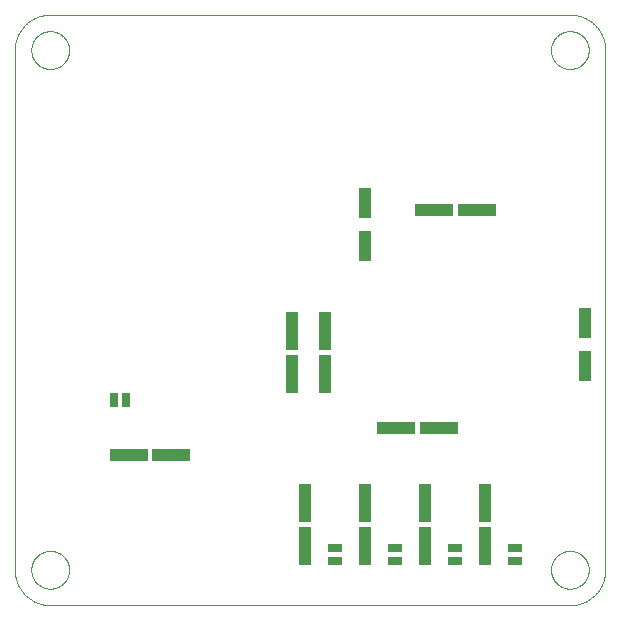
<source format=gtp>
G75*
%MOIN*%
%OFA0B0*%
%FSLAX25Y25*%
%IPPOS*%
%LPD*%
%AMOC8*
5,1,8,0,0,1.08239X$1,22.5*
%
%ADD10C,0.00000*%
%ADD11R,0.03937X0.10236*%
%ADD12R,0.12598X0.03937*%
%ADD13R,0.03937X0.12598*%
%ADD14R,0.04724X0.03150*%
%ADD15R,0.03150X0.04724*%
D10*
X0005724Y0017535D02*
X0005724Y0190764D01*
X0011236Y0190764D02*
X0011238Y0190922D01*
X0011244Y0191080D01*
X0011254Y0191238D01*
X0011268Y0191396D01*
X0011286Y0191553D01*
X0011307Y0191710D01*
X0011333Y0191866D01*
X0011363Y0192022D01*
X0011396Y0192177D01*
X0011434Y0192330D01*
X0011475Y0192483D01*
X0011520Y0192635D01*
X0011569Y0192786D01*
X0011622Y0192935D01*
X0011678Y0193083D01*
X0011738Y0193229D01*
X0011802Y0193374D01*
X0011870Y0193517D01*
X0011941Y0193659D01*
X0012015Y0193799D01*
X0012093Y0193936D01*
X0012175Y0194072D01*
X0012259Y0194206D01*
X0012348Y0194337D01*
X0012439Y0194466D01*
X0012534Y0194593D01*
X0012631Y0194718D01*
X0012732Y0194840D01*
X0012836Y0194959D01*
X0012943Y0195076D01*
X0013053Y0195190D01*
X0013166Y0195301D01*
X0013281Y0195410D01*
X0013399Y0195515D01*
X0013520Y0195617D01*
X0013643Y0195717D01*
X0013769Y0195813D01*
X0013897Y0195906D01*
X0014027Y0195996D01*
X0014160Y0196082D01*
X0014295Y0196166D01*
X0014431Y0196245D01*
X0014570Y0196322D01*
X0014711Y0196394D01*
X0014853Y0196464D01*
X0014997Y0196529D01*
X0015143Y0196591D01*
X0015290Y0196649D01*
X0015439Y0196704D01*
X0015589Y0196755D01*
X0015740Y0196802D01*
X0015892Y0196845D01*
X0016045Y0196884D01*
X0016200Y0196920D01*
X0016355Y0196951D01*
X0016511Y0196979D01*
X0016667Y0197003D01*
X0016824Y0197023D01*
X0016982Y0197039D01*
X0017139Y0197051D01*
X0017298Y0197059D01*
X0017456Y0197063D01*
X0017614Y0197063D01*
X0017772Y0197059D01*
X0017931Y0197051D01*
X0018088Y0197039D01*
X0018246Y0197023D01*
X0018403Y0197003D01*
X0018559Y0196979D01*
X0018715Y0196951D01*
X0018870Y0196920D01*
X0019025Y0196884D01*
X0019178Y0196845D01*
X0019330Y0196802D01*
X0019481Y0196755D01*
X0019631Y0196704D01*
X0019780Y0196649D01*
X0019927Y0196591D01*
X0020073Y0196529D01*
X0020217Y0196464D01*
X0020359Y0196394D01*
X0020500Y0196322D01*
X0020639Y0196245D01*
X0020775Y0196166D01*
X0020910Y0196082D01*
X0021043Y0195996D01*
X0021173Y0195906D01*
X0021301Y0195813D01*
X0021427Y0195717D01*
X0021550Y0195617D01*
X0021671Y0195515D01*
X0021789Y0195410D01*
X0021904Y0195301D01*
X0022017Y0195190D01*
X0022127Y0195076D01*
X0022234Y0194959D01*
X0022338Y0194840D01*
X0022439Y0194718D01*
X0022536Y0194593D01*
X0022631Y0194466D01*
X0022722Y0194337D01*
X0022811Y0194206D01*
X0022895Y0194072D01*
X0022977Y0193936D01*
X0023055Y0193799D01*
X0023129Y0193659D01*
X0023200Y0193517D01*
X0023268Y0193374D01*
X0023332Y0193229D01*
X0023392Y0193083D01*
X0023448Y0192935D01*
X0023501Y0192786D01*
X0023550Y0192635D01*
X0023595Y0192483D01*
X0023636Y0192330D01*
X0023674Y0192177D01*
X0023707Y0192022D01*
X0023737Y0191866D01*
X0023763Y0191710D01*
X0023784Y0191553D01*
X0023802Y0191396D01*
X0023816Y0191238D01*
X0023826Y0191080D01*
X0023832Y0190922D01*
X0023834Y0190764D01*
X0023832Y0190606D01*
X0023826Y0190448D01*
X0023816Y0190290D01*
X0023802Y0190132D01*
X0023784Y0189975D01*
X0023763Y0189818D01*
X0023737Y0189662D01*
X0023707Y0189506D01*
X0023674Y0189351D01*
X0023636Y0189198D01*
X0023595Y0189045D01*
X0023550Y0188893D01*
X0023501Y0188742D01*
X0023448Y0188593D01*
X0023392Y0188445D01*
X0023332Y0188299D01*
X0023268Y0188154D01*
X0023200Y0188011D01*
X0023129Y0187869D01*
X0023055Y0187729D01*
X0022977Y0187592D01*
X0022895Y0187456D01*
X0022811Y0187322D01*
X0022722Y0187191D01*
X0022631Y0187062D01*
X0022536Y0186935D01*
X0022439Y0186810D01*
X0022338Y0186688D01*
X0022234Y0186569D01*
X0022127Y0186452D01*
X0022017Y0186338D01*
X0021904Y0186227D01*
X0021789Y0186118D01*
X0021671Y0186013D01*
X0021550Y0185911D01*
X0021427Y0185811D01*
X0021301Y0185715D01*
X0021173Y0185622D01*
X0021043Y0185532D01*
X0020910Y0185446D01*
X0020775Y0185362D01*
X0020639Y0185283D01*
X0020500Y0185206D01*
X0020359Y0185134D01*
X0020217Y0185064D01*
X0020073Y0184999D01*
X0019927Y0184937D01*
X0019780Y0184879D01*
X0019631Y0184824D01*
X0019481Y0184773D01*
X0019330Y0184726D01*
X0019178Y0184683D01*
X0019025Y0184644D01*
X0018870Y0184608D01*
X0018715Y0184577D01*
X0018559Y0184549D01*
X0018403Y0184525D01*
X0018246Y0184505D01*
X0018088Y0184489D01*
X0017931Y0184477D01*
X0017772Y0184469D01*
X0017614Y0184465D01*
X0017456Y0184465D01*
X0017298Y0184469D01*
X0017139Y0184477D01*
X0016982Y0184489D01*
X0016824Y0184505D01*
X0016667Y0184525D01*
X0016511Y0184549D01*
X0016355Y0184577D01*
X0016200Y0184608D01*
X0016045Y0184644D01*
X0015892Y0184683D01*
X0015740Y0184726D01*
X0015589Y0184773D01*
X0015439Y0184824D01*
X0015290Y0184879D01*
X0015143Y0184937D01*
X0014997Y0184999D01*
X0014853Y0185064D01*
X0014711Y0185134D01*
X0014570Y0185206D01*
X0014431Y0185283D01*
X0014295Y0185362D01*
X0014160Y0185446D01*
X0014027Y0185532D01*
X0013897Y0185622D01*
X0013769Y0185715D01*
X0013643Y0185811D01*
X0013520Y0185911D01*
X0013399Y0186013D01*
X0013281Y0186118D01*
X0013166Y0186227D01*
X0013053Y0186338D01*
X0012943Y0186452D01*
X0012836Y0186569D01*
X0012732Y0186688D01*
X0012631Y0186810D01*
X0012534Y0186935D01*
X0012439Y0187062D01*
X0012348Y0187191D01*
X0012259Y0187322D01*
X0012175Y0187456D01*
X0012093Y0187592D01*
X0012015Y0187729D01*
X0011941Y0187869D01*
X0011870Y0188011D01*
X0011802Y0188154D01*
X0011738Y0188299D01*
X0011678Y0188445D01*
X0011622Y0188593D01*
X0011569Y0188742D01*
X0011520Y0188893D01*
X0011475Y0189045D01*
X0011434Y0189198D01*
X0011396Y0189351D01*
X0011363Y0189506D01*
X0011333Y0189662D01*
X0011307Y0189818D01*
X0011286Y0189975D01*
X0011268Y0190132D01*
X0011254Y0190290D01*
X0011244Y0190448D01*
X0011238Y0190606D01*
X0011236Y0190764D01*
X0005724Y0190764D02*
X0005727Y0191049D01*
X0005738Y0191335D01*
X0005755Y0191620D01*
X0005779Y0191904D01*
X0005810Y0192188D01*
X0005848Y0192471D01*
X0005893Y0192752D01*
X0005944Y0193033D01*
X0006002Y0193313D01*
X0006067Y0193591D01*
X0006139Y0193867D01*
X0006217Y0194141D01*
X0006302Y0194414D01*
X0006394Y0194684D01*
X0006492Y0194952D01*
X0006596Y0195218D01*
X0006707Y0195481D01*
X0006824Y0195741D01*
X0006947Y0195999D01*
X0007077Y0196253D01*
X0007213Y0196504D01*
X0007354Y0196752D01*
X0007502Y0196996D01*
X0007655Y0197237D01*
X0007815Y0197473D01*
X0007980Y0197706D01*
X0008150Y0197935D01*
X0008326Y0198160D01*
X0008508Y0198380D01*
X0008694Y0198596D01*
X0008886Y0198807D01*
X0009083Y0199014D01*
X0009285Y0199216D01*
X0009492Y0199413D01*
X0009703Y0199605D01*
X0009919Y0199791D01*
X0010139Y0199973D01*
X0010364Y0200149D01*
X0010593Y0200319D01*
X0010826Y0200484D01*
X0011062Y0200644D01*
X0011303Y0200797D01*
X0011547Y0200945D01*
X0011795Y0201086D01*
X0012046Y0201222D01*
X0012300Y0201352D01*
X0012558Y0201475D01*
X0012818Y0201592D01*
X0013081Y0201703D01*
X0013347Y0201807D01*
X0013615Y0201905D01*
X0013885Y0201997D01*
X0014158Y0202082D01*
X0014432Y0202160D01*
X0014708Y0202232D01*
X0014986Y0202297D01*
X0015266Y0202355D01*
X0015547Y0202406D01*
X0015828Y0202451D01*
X0016111Y0202489D01*
X0016395Y0202520D01*
X0016679Y0202544D01*
X0016964Y0202561D01*
X0017250Y0202572D01*
X0017535Y0202575D01*
X0190764Y0202575D01*
X0184465Y0190764D02*
X0184467Y0190922D01*
X0184473Y0191080D01*
X0184483Y0191238D01*
X0184497Y0191396D01*
X0184515Y0191553D01*
X0184536Y0191710D01*
X0184562Y0191866D01*
X0184592Y0192022D01*
X0184625Y0192177D01*
X0184663Y0192330D01*
X0184704Y0192483D01*
X0184749Y0192635D01*
X0184798Y0192786D01*
X0184851Y0192935D01*
X0184907Y0193083D01*
X0184967Y0193229D01*
X0185031Y0193374D01*
X0185099Y0193517D01*
X0185170Y0193659D01*
X0185244Y0193799D01*
X0185322Y0193936D01*
X0185404Y0194072D01*
X0185488Y0194206D01*
X0185577Y0194337D01*
X0185668Y0194466D01*
X0185763Y0194593D01*
X0185860Y0194718D01*
X0185961Y0194840D01*
X0186065Y0194959D01*
X0186172Y0195076D01*
X0186282Y0195190D01*
X0186395Y0195301D01*
X0186510Y0195410D01*
X0186628Y0195515D01*
X0186749Y0195617D01*
X0186872Y0195717D01*
X0186998Y0195813D01*
X0187126Y0195906D01*
X0187256Y0195996D01*
X0187389Y0196082D01*
X0187524Y0196166D01*
X0187660Y0196245D01*
X0187799Y0196322D01*
X0187940Y0196394D01*
X0188082Y0196464D01*
X0188226Y0196529D01*
X0188372Y0196591D01*
X0188519Y0196649D01*
X0188668Y0196704D01*
X0188818Y0196755D01*
X0188969Y0196802D01*
X0189121Y0196845D01*
X0189274Y0196884D01*
X0189429Y0196920D01*
X0189584Y0196951D01*
X0189740Y0196979D01*
X0189896Y0197003D01*
X0190053Y0197023D01*
X0190211Y0197039D01*
X0190368Y0197051D01*
X0190527Y0197059D01*
X0190685Y0197063D01*
X0190843Y0197063D01*
X0191001Y0197059D01*
X0191160Y0197051D01*
X0191317Y0197039D01*
X0191475Y0197023D01*
X0191632Y0197003D01*
X0191788Y0196979D01*
X0191944Y0196951D01*
X0192099Y0196920D01*
X0192254Y0196884D01*
X0192407Y0196845D01*
X0192559Y0196802D01*
X0192710Y0196755D01*
X0192860Y0196704D01*
X0193009Y0196649D01*
X0193156Y0196591D01*
X0193302Y0196529D01*
X0193446Y0196464D01*
X0193588Y0196394D01*
X0193729Y0196322D01*
X0193868Y0196245D01*
X0194004Y0196166D01*
X0194139Y0196082D01*
X0194272Y0195996D01*
X0194402Y0195906D01*
X0194530Y0195813D01*
X0194656Y0195717D01*
X0194779Y0195617D01*
X0194900Y0195515D01*
X0195018Y0195410D01*
X0195133Y0195301D01*
X0195246Y0195190D01*
X0195356Y0195076D01*
X0195463Y0194959D01*
X0195567Y0194840D01*
X0195668Y0194718D01*
X0195765Y0194593D01*
X0195860Y0194466D01*
X0195951Y0194337D01*
X0196040Y0194206D01*
X0196124Y0194072D01*
X0196206Y0193936D01*
X0196284Y0193799D01*
X0196358Y0193659D01*
X0196429Y0193517D01*
X0196497Y0193374D01*
X0196561Y0193229D01*
X0196621Y0193083D01*
X0196677Y0192935D01*
X0196730Y0192786D01*
X0196779Y0192635D01*
X0196824Y0192483D01*
X0196865Y0192330D01*
X0196903Y0192177D01*
X0196936Y0192022D01*
X0196966Y0191866D01*
X0196992Y0191710D01*
X0197013Y0191553D01*
X0197031Y0191396D01*
X0197045Y0191238D01*
X0197055Y0191080D01*
X0197061Y0190922D01*
X0197063Y0190764D01*
X0197061Y0190606D01*
X0197055Y0190448D01*
X0197045Y0190290D01*
X0197031Y0190132D01*
X0197013Y0189975D01*
X0196992Y0189818D01*
X0196966Y0189662D01*
X0196936Y0189506D01*
X0196903Y0189351D01*
X0196865Y0189198D01*
X0196824Y0189045D01*
X0196779Y0188893D01*
X0196730Y0188742D01*
X0196677Y0188593D01*
X0196621Y0188445D01*
X0196561Y0188299D01*
X0196497Y0188154D01*
X0196429Y0188011D01*
X0196358Y0187869D01*
X0196284Y0187729D01*
X0196206Y0187592D01*
X0196124Y0187456D01*
X0196040Y0187322D01*
X0195951Y0187191D01*
X0195860Y0187062D01*
X0195765Y0186935D01*
X0195668Y0186810D01*
X0195567Y0186688D01*
X0195463Y0186569D01*
X0195356Y0186452D01*
X0195246Y0186338D01*
X0195133Y0186227D01*
X0195018Y0186118D01*
X0194900Y0186013D01*
X0194779Y0185911D01*
X0194656Y0185811D01*
X0194530Y0185715D01*
X0194402Y0185622D01*
X0194272Y0185532D01*
X0194139Y0185446D01*
X0194004Y0185362D01*
X0193868Y0185283D01*
X0193729Y0185206D01*
X0193588Y0185134D01*
X0193446Y0185064D01*
X0193302Y0184999D01*
X0193156Y0184937D01*
X0193009Y0184879D01*
X0192860Y0184824D01*
X0192710Y0184773D01*
X0192559Y0184726D01*
X0192407Y0184683D01*
X0192254Y0184644D01*
X0192099Y0184608D01*
X0191944Y0184577D01*
X0191788Y0184549D01*
X0191632Y0184525D01*
X0191475Y0184505D01*
X0191317Y0184489D01*
X0191160Y0184477D01*
X0191001Y0184469D01*
X0190843Y0184465D01*
X0190685Y0184465D01*
X0190527Y0184469D01*
X0190368Y0184477D01*
X0190211Y0184489D01*
X0190053Y0184505D01*
X0189896Y0184525D01*
X0189740Y0184549D01*
X0189584Y0184577D01*
X0189429Y0184608D01*
X0189274Y0184644D01*
X0189121Y0184683D01*
X0188969Y0184726D01*
X0188818Y0184773D01*
X0188668Y0184824D01*
X0188519Y0184879D01*
X0188372Y0184937D01*
X0188226Y0184999D01*
X0188082Y0185064D01*
X0187940Y0185134D01*
X0187799Y0185206D01*
X0187660Y0185283D01*
X0187524Y0185362D01*
X0187389Y0185446D01*
X0187256Y0185532D01*
X0187126Y0185622D01*
X0186998Y0185715D01*
X0186872Y0185811D01*
X0186749Y0185911D01*
X0186628Y0186013D01*
X0186510Y0186118D01*
X0186395Y0186227D01*
X0186282Y0186338D01*
X0186172Y0186452D01*
X0186065Y0186569D01*
X0185961Y0186688D01*
X0185860Y0186810D01*
X0185763Y0186935D01*
X0185668Y0187062D01*
X0185577Y0187191D01*
X0185488Y0187322D01*
X0185404Y0187456D01*
X0185322Y0187592D01*
X0185244Y0187729D01*
X0185170Y0187869D01*
X0185099Y0188011D01*
X0185031Y0188154D01*
X0184967Y0188299D01*
X0184907Y0188445D01*
X0184851Y0188593D01*
X0184798Y0188742D01*
X0184749Y0188893D01*
X0184704Y0189045D01*
X0184663Y0189198D01*
X0184625Y0189351D01*
X0184592Y0189506D01*
X0184562Y0189662D01*
X0184536Y0189818D01*
X0184515Y0189975D01*
X0184497Y0190132D01*
X0184483Y0190290D01*
X0184473Y0190448D01*
X0184467Y0190606D01*
X0184465Y0190764D01*
X0190764Y0202575D02*
X0191049Y0202572D01*
X0191335Y0202561D01*
X0191620Y0202544D01*
X0191904Y0202520D01*
X0192188Y0202489D01*
X0192471Y0202451D01*
X0192752Y0202406D01*
X0193033Y0202355D01*
X0193313Y0202297D01*
X0193591Y0202232D01*
X0193867Y0202160D01*
X0194141Y0202082D01*
X0194414Y0201997D01*
X0194684Y0201905D01*
X0194952Y0201807D01*
X0195218Y0201703D01*
X0195481Y0201592D01*
X0195741Y0201475D01*
X0195999Y0201352D01*
X0196253Y0201222D01*
X0196504Y0201086D01*
X0196752Y0200945D01*
X0196996Y0200797D01*
X0197237Y0200644D01*
X0197473Y0200484D01*
X0197706Y0200319D01*
X0197935Y0200149D01*
X0198160Y0199973D01*
X0198380Y0199791D01*
X0198596Y0199605D01*
X0198807Y0199413D01*
X0199014Y0199216D01*
X0199216Y0199014D01*
X0199413Y0198807D01*
X0199605Y0198596D01*
X0199791Y0198380D01*
X0199973Y0198160D01*
X0200149Y0197935D01*
X0200319Y0197706D01*
X0200484Y0197473D01*
X0200644Y0197237D01*
X0200797Y0196996D01*
X0200945Y0196752D01*
X0201086Y0196504D01*
X0201222Y0196253D01*
X0201352Y0195999D01*
X0201475Y0195741D01*
X0201592Y0195481D01*
X0201703Y0195218D01*
X0201807Y0194952D01*
X0201905Y0194684D01*
X0201997Y0194414D01*
X0202082Y0194141D01*
X0202160Y0193867D01*
X0202232Y0193591D01*
X0202297Y0193313D01*
X0202355Y0193033D01*
X0202406Y0192752D01*
X0202451Y0192471D01*
X0202489Y0192188D01*
X0202520Y0191904D01*
X0202544Y0191620D01*
X0202561Y0191335D01*
X0202572Y0191049D01*
X0202575Y0190764D01*
X0202575Y0017535D01*
X0184465Y0017535D02*
X0184467Y0017693D01*
X0184473Y0017851D01*
X0184483Y0018009D01*
X0184497Y0018167D01*
X0184515Y0018324D01*
X0184536Y0018481D01*
X0184562Y0018637D01*
X0184592Y0018793D01*
X0184625Y0018948D01*
X0184663Y0019101D01*
X0184704Y0019254D01*
X0184749Y0019406D01*
X0184798Y0019557D01*
X0184851Y0019706D01*
X0184907Y0019854D01*
X0184967Y0020000D01*
X0185031Y0020145D01*
X0185099Y0020288D01*
X0185170Y0020430D01*
X0185244Y0020570D01*
X0185322Y0020707D01*
X0185404Y0020843D01*
X0185488Y0020977D01*
X0185577Y0021108D01*
X0185668Y0021237D01*
X0185763Y0021364D01*
X0185860Y0021489D01*
X0185961Y0021611D01*
X0186065Y0021730D01*
X0186172Y0021847D01*
X0186282Y0021961D01*
X0186395Y0022072D01*
X0186510Y0022181D01*
X0186628Y0022286D01*
X0186749Y0022388D01*
X0186872Y0022488D01*
X0186998Y0022584D01*
X0187126Y0022677D01*
X0187256Y0022767D01*
X0187389Y0022853D01*
X0187524Y0022937D01*
X0187660Y0023016D01*
X0187799Y0023093D01*
X0187940Y0023165D01*
X0188082Y0023235D01*
X0188226Y0023300D01*
X0188372Y0023362D01*
X0188519Y0023420D01*
X0188668Y0023475D01*
X0188818Y0023526D01*
X0188969Y0023573D01*
X0189121Y0023616D01*
X0189274Y0023655D01*
X0189429Y0023691D01*
X0189584Y0023722D01*
X0189740Y0023750D01*
X0189896Y0023774D01*
X0190053Y0023794D01*
X0190211Y0023810D01*
X0190368Y0023822D01*
X0190527Y0023830D01*
X0190685Y0023834D01*
X0190843Y0023834D01*
X0191001Y0023830D01*
X0191160Y0023822D01*
X0191317Y0023810D01*
X0191475Y0023794D01*
X0191632Y0023774D01*
X0191788Y0023750D01*
X0191944Y0023722D01*
X0192099Y0023691D01*
X0192254Y0023655D01*
X0192407Y0023616D01*
X0192559Y0023573D01*
X0192710Y0023526D01*
X0192860Y0023475D01*
X0193009Y0023420D01*
X0193156Y0023362D01*
X0193302Y0023300D01*
X0193446Y0023235D01*
X0193588Y0023165D01*
X0193729Y0023093D01*
X0193868Y0023016D01*
X0194004Y0022937D01*
X0194139Y0022853D01*
X0194272Y0022767D01*
X0194402Y0022677D01*
X0194530Y0022584D01*
X0194656Y0022488D01*
X0194779Y0022388D01*
X0194900Y0022286D01*
X0195018Y0022181D01*
X0195133Y0022072D01*
X0195246Y0021961D01*
X0195356Y0021847D01*
X0195463Y0021730D01*
X0195567Y0021611D01*
X0195668Y0021489D01*
X0195765Y0021364D01*
X0195860Y0021237D01*
X0195951Y0021108D01*
X0196040Y0020977D01*
X0196124Y0020843D01*
X0196206Y0020707D01*
X0196284Y0020570D01*
X0196358Y0020430D01*
X0196429Y0020288D01*
X0196497Y0020145D01*
X0196561Y0020000D01*
X0196621Y0019854D01*
X0196677Y0019706D01*
X0196730Y0019557D01*
X0196779Y0019406D01*
X0196824Y0019254D01*
X0196865Y0019101D01*
X0196903Y0018948D01*
X0196936Y0018793D01*
X0196966Y0018637D01*
X0196992Y0018481D01*
X0197013Y0018324D01*
X0197031Y0018167D01*
X0197045Y0018009D01*
X0197055Y0017851D01*
X0197061Y0017693D01*
X0197063Y0017535D01*
X0197061Y0017377D01*
X0197055Y0017219D01*
X0197045Y0017061D01*
X0197031Y0016903D01*
X0197013Y0016746D01*
X0196992Y0016589D01*
X0196966Y0016433D01*
X0196936Y0016277D01*
X0196903Y0016122D01*
X0196865Y0015969D01*
X0196824Y0015816D01*
X0196779Y0015664D01*
X0196730Y0015513D01*
X0196677Y0015364D01*
X0196621Y0015216D01*
X0196561Y0015070D01*
X0196497Y0014925D01*
X0196429Y0014782D01*
X0196358Y0014640D01*
X0196284Y0014500D01*
X0196206Y0014363D01*
X0196124Y0014227D01*
X0196040Y0014093D01*
X0195951Y0013962D01*
X0195860Y0013833D01*
X0195765Y0013706D01*
X0195668Y0013581D01*
X0195567Y0013459D01*
X0195463Y0013340D01*
X0195356Y0013223D01*
X0195246Y0013109D01*
X0195133Y0012998D01*
X0195018Y0012889D01*
X0194900Y0012784D01*
X0194779Y0012682D01*
X0194656Y0012582D01*
X0194530Y0012486D01*
X0194402Y0012393D01*
X0194272Y0012303D01*
X0194139Y0012217D01*
X0194004Y0012133D01*
X0193868Y0012054D01*
X0193729Y0011977D01*
X0193588Y0011905D01*
X0193446Y0011835D01*
X0193302Y0011770D01*
X0193156Y0011708D01*
X0193009Y0011650D01*
X0192860Y0011595D01*
X0192710Y0011544D01*
X0192559Y0011497D01*
X0192407Y0011454D01*
X0192254Y0011415D01*
X0192099Y0011379D01*
X0191944Y0011348D01*
X0191788Y0011320D01*
X0191632Y0011296D01*
X0191475Y0011276D01*
X0191317Y0011260D01*
X0191160Y0011248D01*
X0191001Y0011240D01*
X0190843Y0011236D01*
X0190685Y0011236D01*
X0190527Y0011240D01*
X0190368Y0011248D01*
X0190211Y0011260D01*
X0190053Y0011276D01*
X0189896Y0011296D01*
X0189740Y0011320D01*
X0189584Y0011348D01*
X0189429Y0011379D01*
X0189274Y0011415D01*
X0189121Y0011454D01*
X0188969Y0011497D01*
X0188818Y0011544D01*
X0188668Y0011595D01*
X0188519Y0011650D01*
X0188372Y0011708D01*
X0188226Y0011770D01*
X0188082Y0011835D01*
X0187940Y0011905D01*
X0187799Y0011977D01*
X0187660Y0012054D01*
X0187524Y0012133D01*
X0187389Y0012217D01*
X0187256Y0012303D01*
X0187126Y0012393D01*
X0186998Y0012486D01*
X0186872Y0012582D01*
X0186749Y0012682D01*
X0186628Y0012784D01*
X0186510Y0012889D01*
X0186395Y0012998D01*
X0186282Y0013109D01*
X0186172Y0013223D01*
X0186065Y0013340D01*
X0185961Y0013459D01*
X0185860Y0013581D01*
X0185763Y0013706D01*
X0185668Y0013833D01*
X0185577Y0013962D01*
X0185488Y0014093D01*
X0185404Y0014227D01*
X0185322Y0014363D01*
X0185244Y0014500D01*
X0185170Y0014640D01*
X0185099Y0014782D01*
X0185031Y0014925D01*
X0184967Y0015070D01*
X0184907Y0015216D01*
X0184851Y0015364D01*
X0184798Y0015513D01*
X0184749Y0015664D01*
X0184704Y0015816D01*
X0184663Y0015969D01*
X0184625Y0016122D01*
X0184592Y0016277D01*
X0184562Y0016433D01*
X0184536Y0016589D01*
X0184515Y0016746D01*
X0184497Y0016903D01*
X0184483Y0017061D01*
X0184473Y0017219D01*
X0184467Y0017377D01*
X0184465Y0017535D01*
X0190764Y0005724D02*
X0191049Y0005727D01*
X0191335Y0005738D01*
X0191620Y0005755D01*
X0191904Y0005779D01*
X0192188Y0005810D01*
X0192471Y0005848D01*
X0192752Y0005893D01*
X0193033Y0005944D01*
X0193313Y0006002D01*
X0193591Y0006067D01*
X0193867Y0006139D01*
X0194141Y0006217D01*
X0194414Y0006302D01*
X0194684Y0006394D01*
X0194952Y0006492D01*
X0195218Y0006596D01*
X0195481Y0006707D01*
X0195741Y0006824D01*
X0195999Y0006947D01*
X0196253Y0007077D01*
X0196504Y0007213D01*
X0196752Y0007354D01*
X0196996Y0007502D01*
X0197237Y0007655D01*
X0197473Y0007815D01*
X0197706Y0007980D01*
X0197935Y0008150D01*
X0198160Y0008326D01*
X0198380Y0008508D01*
X0198596Y0008694D01*
X0198807Y0008886D01*
X0199014Y0009083D01*
X0199216Y0009285D01*
X0199413Y0009492D01*
X0199605Y0009703D01*
X0199791Y0009919D01*
X0199973Y0010139D01*
X0200149Y0010364D01*
X0200319Y0010593D01*
X0200484Y0010826D01*
X0200644Y0011062D01*
X0200797Y0011303D01*
X0200945Y0011547D01*
X0201086Y0011795D01*
X0201222Y0012046D01*
X0201352Y0012300D01*
X0201475Y0012558D01*
X0201592Y0012818D01*
X0201703Y0013081D01*
X0201807Y0013347D01*
X0201905Y0013615D01*
X0201997Y0013885D01*
X0202082Y0014158D01*
X0202160Y0014432D01*
X0202232Y0014708D01*
X0202297Y0014986D01*
X0202355Y0015266D01*
X0202406Y0015547D01*
X0202451Y0015828D01*
X0202489Y0016111D01*
X0202520Y0016395D01*
X0202544Y0016679D01*
X0202561Y0016964D01*
X0202572Y0017250D01*
X0202575Y0017535D01*
X0190764Y0005724D02*
X0017535Y0005724D01*
X0011236Y0017535D02*
X0011238Y0017693D01*
X0011244Y0017851D01*
X0011254Y0018009D01*
X0011268Y0018167D01*
X0011286Y0018324D01*
X0011307Y0018481D01*
X0011333Y0018637D01*
X0011363Y0018793D01*
X0011396Y0018948D01*
X0011434Y0019101D01*
X0011475Y0019254D01*
X0011520Y0019406D01*
X0011569Y0019557D01*
X0011622Y0019706D01*
X0011678Y0019854D01*
X0011738Y0020000D01*
X0011802Y0020145D01*
X0011870Y0020288D01*
X0011941Y0020430D01*
X0012015Y0020570D01*
X0012093Y0020707D01*
X0012175Y0020843D01*
X0012259Y0020977D01*
X0012348Y0021108D01*
X0012439Y0021237D01*
X0012534Y0021364D01*
X0012631Y0021489D01*
X0012732Y0021611D01*
X0012836Y0021730D01*
X0012943Y0021847D01*
X0013053Y0021961D01*
X0013166Y0022072D01*
X0013281Y0022181D01*
X0013399Y0022286D01*
X0013520Y0022388D01*
X0013643Y0022488D01*
X0013769Y0022584D01*
X0013897Y0022677D01*
X0014027Y0022767D01*
X0014160Y0022853D01*
X0014295Y0022937D01*
X0014431Y0023016D01*
X0014570Y0023093D01*
X0014711Y0023165D01*
X0014853Y0023235D01*
X0014997Y0023300D01*
X0015143Y0023362D01*
X0015290Y0023420D01*
X0015439Y0023475D01*
X0015589Y0023526D01*
X0015740Y0023573D01*
X0015892Y0023616D01*
X0016045Y0023655D01*
X0016200Y0023691D01*
X0016355Y0023722D01*
X0016511Y0023750D01*
X0016667Y0023774D01*
X0016824Y0023794D01*
X0016982Y0023810D01*
X0017139Y0023822D01*
X0017298Y0023830D01*
X0017456Y0023834D01*
X0017614Y0023834D01*
X0017772Y0023830D01*
X0017931Y0023822D01*
X0018088Y0023810D01*
X0018246Y0023794D01*
X0018403Y0023774D01*
X0018559Y0023750D01*
X0018715Y0023722D01*
X0018870Y0023691D01*
X0019025Y0023655D01*
X0019178Y0023616D01*
X0019330Y0023573D01*
X0019481Y0023526D01*
X0019631Y0023475D01*
X0019780Y0023420D01*
X0019927Y0023362D01*
X0020073Y0023300D01*
X0020217Y0023235D01*
X0020359Y0023165D01*
X0020500Y0023093D01*
X0020639Y0023016D01*
X0020775Y0022937D01*
X0020910Y0022853D01*
X0021043Y0022767D01*
X0021173Y0022677D01*
X0021301Y0022584D01*
X0021427Y0022488D01*
X0021550Y0022388D01*
X0021671Y0022286D01*
X0021789Y0022181D01*
X0021904Y0022072D01*
X0022017Y0021961D01*
X0022127Y0021847D01*
X0022234Y0021730D01*
X0022338Y0021611D01*
X0022439Y0021489D01*
X0022536Y0021364D01*
X0022631Y0021237D01*
X0022722Y0021108D01*
X0022811Y0020977D01*
X0022895Y0020843D01*
X0022977Y0020707D01*
X0023055Y0020570D01*
X0023129Y0020430D01*
X0023200Y0020288D01*
X0023268Y0020145D01*
X0023332Y0020000D01*
X0023392Y0019854D01*
X0023448Y0019706D01*
X0023501Y0019557D01*
X0023550Y0019406D01*
X0023595Y0019254D01*
X0023636Y0019101D01*
X0023674Y0018948D01*
X0023707Y0018793D01*
X0023737Y0018637D01*
X0023763Y0018481D01*
X0023784Y0018324D01*
X0023802Y0018167D01*
X0023816Y0018009D01*
X0023826Y0017851D01*
X0023832Y0017693D01*
X0023834Y0017535D01*
X0023832Y0017377D01*
X0023826Y0017219D01*
X0023816Y0017061D01*
X0023802Y0016903D01*
X0023784Y0016746D01*
X0023763Y0016589D01*
X0023737Y0016433D01*
X0023707Y0016277D01*
X0023674Y0016122D01*
X0023636Y0015969D01*
X0023595Y0015816D01*
X0023550Y0015664D01*
X0023501Y0015513D01*
X0023448Y0015364D01*
X0023392Y0015216D01*
X0023332Y0015070D01*
X0023268Y0014925D01*
X0023200Y0014782D01*
X0023129Y0014640D01*
X0023055Y0014500D01*
X0022977Y0014363D01*
X0022895Y0014227D01*
X0022811Y0014093D01*
X0022722Y0013962D01*
X0022631Y0013833D01*
X0022536Y0013706D01*
X0022439Y0013581D01*
X0022338Y0013459D01*
X0022234Y0013340D01*
X0022127Y0013223D01*
X0022017Y0013109D01*
X0021904Y0012998D01*
X0021789Y0012889D01*
X0021671Y0012784D01*
X0021550Y0012682D01*
X0021427Y0012582D01*
X0021301Y0012486D01*
X0021173Y0012393D01*
X0021043Y0012303D01*
X0020910Y0012217D01*
X0020775Y0012133D01*
X0020639Y0012054D01*
X0020500Y0011977D01*
X0020359Y0011905D01*
X0020217Y0011835D01*
X0020073Y0011770D01*
X0019927Y0011708D01*
X0019780Y0011650D01*
X0019631Y0011595D01*
X0019481Y0011544D01*
X0019330Y0011497D01*
X0019178Y0011454D01*
X0019025Y0011415D01*
X0018870Y0011379D01*
X0018715Y0011348D01*
X0018559Y0011320D01*
X0018403Y0011296D01*
X0018246Y0011276D01*
X0018088Y0011260D01*
X0017931Y0011248D01*
X0017772Y0011240D01*
X0017614Y0011236D01*
X0017456Y0011236D01*
X0017298Y0011240D01*
X0017139Y0011248D01*
X0016982Y0011260D01*
X0016824Y0011276D01*
X0016667Y0011296D01*
X0016511Y0011320D01*
X0016355Y0011348D01*
X0016200Y0011379D01*
X0016045Y0011415D01*
X0015892Y0011454D01*
X0015740Y0011497D01*
X0015589Y0011544D01*
X0015439Y0011595D01*
X0015290Y0011650D01*
X0015143Y0011708D01*
X0014997Y0011770D01*
X0014853Y0011835D01*
X0014711Y0011905D01*
X0014570Y0011977D01*
X0014431Y0012054D01*
X0014295Y0012133D01*
X0014160Y0012217D01*
X0014027Y0012303D01*
X0013897Y0012393D01*
X0013769Y0012486D01*
X0013643Y0012582D01*
X0013520Y0012682D01*
X0013399Y0012784D01*
X0013281Y0012889D01*
X0013166Y0012998D01*
X0013053Y0013109D01*
X0012943Y0013223D01*
X0012836Y0013340D01*
X0012732Y0013459D01*
X0012631Y0013581D01*
X0012534Y0013706D01*
X0012439Y0013833D01*
X0012348Y0013962D01*
X0012259Y0014093D01*
X0012175Y0014227D01*
X0012093Y0014363D01*
X0012015Y0014500D01*
X0011941Y0014640D01*
X0011870Y0014782D01*
X0011802Y0014925D01*
X0011738Y0015070D01*
X0011678Y0015216D01*
X0011622Y0015364D01*
X0011569Y0015513D01*
X0011520Y0015664D01*
X0011475Y0015816D01*
X0011434Y0015969D01*
X0011396Y0016122D01*
X0011363Y0016277D01*
X0011333Y0016433D01*
X0011307Y0016589D01*
X0011286Y0016746D01*
X0011268Y0016903D01*
X0011254Y0017061D01*
X0011244Y0017219D01*
X0011238Y0017377D01*
X0011236Y0017535D01*
X0005724Y0017535D02*
X0005727Y0017250D01*
X0005738Y0016964D01*
X0005755Y0016679D01*
X0005779Y0016395D01*
X0005810Y0016111D01*
X0005848Y0015828D01*
X0005893Y0015547D01*
X0005944Y0015266D01*
X0006002Y0014986D01*
X0006067Y0014708D01*
X0006139Y0014432D01*
X0006217Y0014158D01*
X0006302Y0013885D01*
X0006394Y0013615D01*
X0006492Y0013347D01*
X0006596Y0013081D01*
X0006707Y0012818D01*
X0006824Y0012558D01*
X0006947Y0012300D01*
X0007077Y0012046D01*
X0007213Y0011795D01*
X0007354Y0011547D01*
X0007502Y0011303D01*
X0007655Y0011062D01*
X0007815Y0010826D01*
X0007980Y0010593D01*
X0008150Y0010364D01*
X0008326Y0010139D01*
X0008508Y0009919D01*
X0008694Y0009703D01*
X0008886Y0009492D01*
X0009083Y0009285D01*
X0009285Y0009083D01*
X0009492Y0008886D01*
X0009703Y0008694D01*
X0009919Y0008508D01*
X0010139Y0008326D01*
X0010364Y0008150D01*
X0010593Y0007980D01*
X0010826Y0007815D01*
X0011062Y0007655D01*
X0011303Y0007502D01*
X0011547Y0007354D01*
X0011795Y0007213D01*
X0012046Y0007077D01*
X0012300Y0006947D01*
X0012558Y0006824D01*
X0012818Y0006707D01*
X0013081Y0006596D01*
X0013347Y0006492D01*
X0013615Y0006394D01*
X0013885Y0006302D01*
X0014158Y0006217D01*
X0014432Y0006139D01*
X0014708Y0006067D01*
X0014986Y0006002D01*
X0015266Y0005944D01*
X0015547Y0005893D01*
X0015828Y0005848D01*
X0016111Y0005810D01*
X0016395Y0005779D01*
X0016679Y0005755D01*
X0016964Y0005738D01*
X0017250Y0005727D01*
X0017535Y0005724D01*
D11*
X0122575Y0125488D03*
X0122575Y0139661D03*
X0195724Y0099661D03*
X0195724Y0085488D03*
D12*
X0147024Y0064937D03*
X0132850Y0064937D03*
X0145488Y0137575D03*
X0159661Y0137575D03*
X0057811Y0055724D03*
X0043638Y0055724D03*
D13*
X0098224Y0082850D03*
X0109012Y0082850D03*
X0109012Y0097024D03*
X0098224Y0097024D03*
X0102575Y0039661D03*
X0102575Y0025488D03*
X0122575Y0025488D03*
X0122575Y0039661D03*
X0142575Y0039661D03*
X0142575Y0025488D03*
X0162575Y0025488D03*
X0162575Y0039661D03*
D14*
X0172575Y0024661D03*
X0172575Y0020488D03*
X0152575Y0020488D03*
X0152575Y0024661D03*
X0132575Y0024661D03*
X0132575Y0020488D03*
X0112575Y0020488D03*
X0112575Y0024661D03*
D15*
X0042811Y0074150D03*
X0038638Y0074150D03*
M02*

</source>
